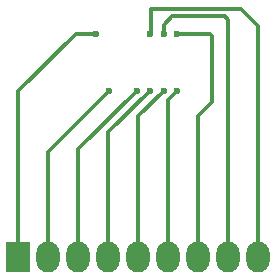
<source format=gbr>
%TF.GenerationSoftware,KiCad,Pcbnew,8.0.6*%
%TF.CreationDate,2024-12-02T01:00:14-05:00*%
%TF.ProjectId,Pixart pcb,50697861-7274-4207-9063-622e6b696361,rev?*%
%TF.SameCoordinates,Original*%
%TF.FileFunction,Copper,L1,Top*%
%TF.FilePolarity,Positive*%
%FSLAX46Y46*%
G04 Gerber Fmt 4.6, Leading zero omitted, Abs format (unit mm)*
G04 Created by KiCad (PCBNEW 8.0.6) date 2024-12-02 01:00:14*
%MOMM*%
%LPD*%
G01*
G04 APERTURE LIST*
%TA.AperFunction,ComponentPad*%
%ADD10R,2.000000X2.600000*%
%TD*%
%TA.AperFunction,ComponentPad*%
%ADD11O,2.000000X2.600000*%
%TD*%
%TA.AperFunction,ViaPad*%
%ADD12C,0.600000*%
%TD*%
%TA.AperFunction,Conductor*%
%ADD13C,0.300000*%
%TD*%
%TA.AperFunction,Conductor*%
%ADD14C,0.200000*%
%TD*%
G04 APERTURE END LIST*
D10*
%TO.P,J2,1,Pin_1*%
%TO.N,VCC*%
X115925000Y-100175000D03*
D11*
%TO.P,J2,2,Pin_2*%
%TO.N,Net-(J2-Pin_2)*%
X118465000Y-100175000D03*
%TO.P,J2,3,Pin_3*%
%TO.N,Net-(J2-Pin_3)*%
X121005000Y-100175000D03*
%TO.P,J2,4,Pin_4*%
%TO.N,Net-(J2-Pin_4)*%
X123545000Y-100175000D03*
%TO.P,J2,5,Pin_5*%
%TO.N,Net-(J2-Pin_5)*%
X126085000Y-100175000D03*
%TO.P,J2,6,Pin_6*%
%TO.N,Net-(J2-Pin_6)*%
X128625000Y-100175000D03*
%TO.P,J2,7,Pin_7*%
%TO.N,Net-(J2-Pin_7)*%
X131165000Y-100175000D03*
%TO.P,J2,8,Pin_8*%
%TO.N,GND*%
X133705000Y-100175000D03*
%TO.P,J2,9,Pin_9*%
%TO.N,Net-(J2-Pin_9)*%
X136245000Y-100175000D03*
%TD*%
D12*
%TO.N,Net-(J2-Pin_5)*%
X128235000Y-86080000D03*
%TO.N,Net-(J2-Pin_4)*%
X127085000Y-86080000D03*
%TO.N,Net-(J2-Pin_3)*%
X125925000Y-86100000D03*
%TO.N,Net-(J2-Pin_6)*%
X129385000Y-86080000D03*
%TO.N,Net-(J2-Pin_2)*%
X123625000Y-86100000D03*
%TO.N,GND*%
X128225000Y-81300000D03*
%TO.N,VCC*%
X122475000Y-81300000D03*
%TO.N,Net-(J2-Pin_7)*%
X129375000Y-81300000D03*
%TO.N,Net-(J2-Pin_9)*%
X127075000Y-81300000D03*
%TD*%
D13*
%TO.N,Net-(J2-Pin_5)*%
X128235000Y-86080000D02*
X126085000Y-88230000D01*
X126085000Y-88230000D02*
X126085000Y-100175000D01*
%TO.N,Net-(J2-Pin_4)*%
X127085000Y-86080000D02*
X123545000Y-89620000D01*
X123545000Y-89620000D02*
X123545000Y-100175000D01*
%TO.N,Net-(J2-Pin_3)*%
X125925000Y-86100000D02*
X121005000Y-91020000D01*
X121005000Y-91020000D02*
X121005000Y-100175000D01*
%TO.N,Net-(J2-Pin_6)*%
X128625000Y-86840000D02*
X128625000Y-100175000D01*
X129385000Y-86080000D02*
X128625000Y-86840000D01*
%TO.N,Net-(J2-Pin_2)*%
X123625000Y-86100000D02*
X118465000Y-91260000D01*
X118465000Y-91260000D02*
X118465000Y-100175000D01*
%TO.N,GND*%
X128225000Y-80525000D02*
X128950000Y-79800000D01*
X133705000Y-80105000D02*
X133705000Y-100175000D01*
X128950000Y-79800000D02*
X133400000Y-79800000D01*
X128225000Y-81300000D02*
X128225000Y-80525000D01*
X133400000Y-79800000D02*
X133705000Y-80105000D01*
%TO.N,VCC*%
X115925000Y-86150736D02*
X120775736Y-81300000D01*
X115925000Y-100175000D02*
X115925000Y-86150736D01*
X122475000Y-81300000D02*
X120775736Y-81300000D01*
%TO.N,Net-(J2-Pin_7)*%
X129375000Y-81300000D02*
X132125000Y-81300000D01*
X132325000Y-81500000D02*
X132325000Y-87050000D01*
X132125000Y-81300000D02*
X132325000Y-81500000D01*
X131165000Y-88210000D02*
X131165000Y-100175000D01*
X132325000Y-87050000D02*
X131165000Y-88210000D01*
%TO.N,Net-(J2-Pin_9)*%
X134750000Y-79150000D02*
X136245000Y-80645000D01*
D14*
X127075000Y-81109314D02*
X127150000Y-81034314D01*
D13*
X127150000Y-81034314D02*
X127150000Y-79150000D01*
X136245000Y-80645000D02*
X136245000Y-100175000D01*
D14*
X127075000Y-81300000D02*
X127075000Y-81109314D01*
D13*
X127150000Y-79150000D02*
X134750000Y-79150000D01*
%TD*%
M02*

</source>
